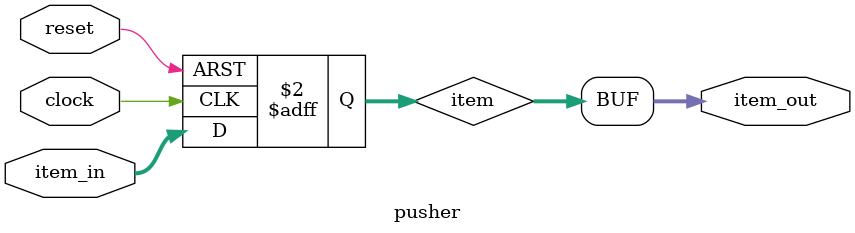
<source format=v>
`define BITS 8

module pusher(reset, item_out, item_in, clock);

	localparam id = 0;

	input clock;
	input reset;
	input [`BITS-1:0] item_in;
	output [`BITS-1:0] item_out;

	assign item_out = item;

	reg [`BITS-1:0] item;

	always @(posedge clock or posedge reset) begin

		if (reset) begin

			item <= 0;

		end else begin

			item <= item_in;
			$display("(pusher %d): I latched item %d", id, item_in);

		end

	end

endmodule

</source>
